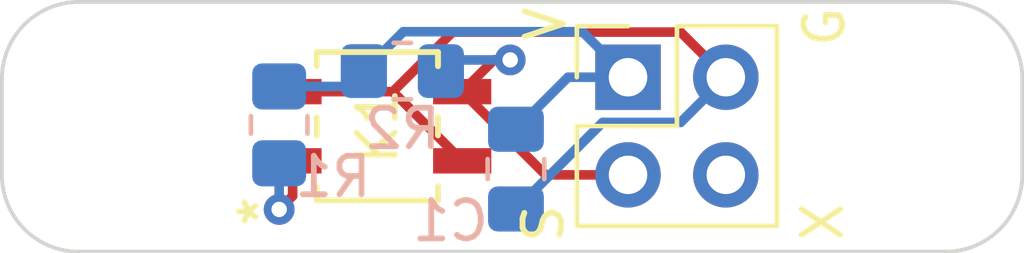
<source format=kicad_pcb>
(kicad_pcb (version 20221018) (generator pcbnew)
  (title_block (title "Reflective Opto (Cliff) Sensor") (company "satomm@stanford.edu") (comment 1 "Department of Civil and Environmental Engineering") (comment 2 "Engineering Informatics Group") (comment 3 "Stanford University") (comment 4 "Matthew Sato"))
  (layers (0 "F.Cu" signal) (31 "B.Cu" signal) (34 "B.Paste" user) (35 "F.Paste" user) (36 "B.SilkS" user "B.Silkscreen") (37 "F.SilkS" user "F.Silkscreen") (38 "B.Mask" user) (39 "F.Mask" user) (44 "Edge.Cuts" user))
  (net 0 "")
  (net 1 "Net-(J1-Pin_1)")
  (net 2 "Net-(J1-Pin_2)")
  (net 3 "Net-(J1-Pin_3)")
  (net 5 "Net-(K1-Pad1)")
  (footprint "MountingHole:MountingHole_2.2mm_M2" (layer "F.Cu") (at 361.875 199.075)
    (fp_text reference "H1" hide)
    (fp_text value "MountingHole" hide)
    (pad "" np_thru_hole circle locked (at 0 0) (size 2.2 2.2) (drill 2.2) (layers "*.Cu" "*.Mask"))
  )
  (footprint "ReflectiveLibrary:ARUSM-313_100CY_FAS-M" (layer "F.Cu") (at 348.225 199.085 90)
    (fp_text reference "K1" (at 0 0 90 unlocked) (layer "F.SilkS"))
    (fp_text value "QRE1113GR" hide)
    (fp_text user "*" (at -2.215 -3.05 90) (layer "F.SilkS"))
    (fp_line (start -1.9304 -1.5748) (end -1.9304 1.5748) (stroke (width 0.1524)) (layer "F.SilkS"))
    (fp_line (start -1.9304 1.5748) (end -1.562941 1.5748) (stroke (width 0.1524)) (layer "F.SilkS"))
    (fp_line (start -1.562941 -1.5748) (end -1.9304 -1.5748) (stroke (width 0.1524)) (layer "F.SilkS"))
    (fp_line (start -0.237061 1.5748) (end 0.237061 1.5748) (stroke (width 0.1524)) (layer "F.SilkS"))
    (fp_line (start 0.237061 -1.5748) (end -0.237061 -1.5748) (stroke (width 0.1524)) (layer "F.SilkS"))
    (fp_line (start 1.562941 1.5748) (end 1.9304 1.5748) (stroke (width 0.1524)) (layer "F.SilkS"))
    (fp_line (start 1.9304 -1.5748) (end 1.562941 -1.5748) (stroke (width 0.1524)) (layer "F.SilkS"))
    (fp_line (start 1.9304 1.5748) (end 1.9304 -1.5748) (stroke (width 0.1524)) (layer "F.SilkS"))
    (pad "1" smd rect locked (at -0.900001 -2.20345 90) (size 0.6604 1.5113) (layers "F.Cu" "F.Paste" "F.Mask") (net 5 "Net-(K1-Pad1)"))
    (pad "2" smd rect locked (at -0.900001 2.20345 90) (size 0.6604 1.5113) (layers "F.Cu" "F.Paste" "F.Mask") (net 2 "Net-(J1-Pin_2)"))
    (pad "3" smd rect locked (at 0.900001 2.20345 90) (size 0.6604 1.5113) (layers "F.Cu" "F.Paste" "F.Mask") (net 3 "Net-(J1-Pin_3)"))
    (pad "4" smd rect locked (at 0.900001 -2.20345 90) (size 0.6604 1.5113) (layers "F.Cu" "F.Paste" "F.Mask") (net 2 "Net-(J1-Pin_2)"))
  )
  (footprint "MountingHole:MountingHole_2.2mm_M2" (layer "F.Cu") (at 341.625 199.1)
    (fp_text reference "H2" hide)
    (fp_text value "MountingHole" hide)
    (pad "" np_thru_hole circle locked (at 0 0) (size 2.2 2.2) (drill 2.2) (layers "*.Cu" "*.Mask"))
  )
  (footprint "Connector_PinHeader_2.54mm:PinHeader_2x02_P2.54mm_Vertical" (layer "F.Cu") (at 354.735 197.81)
    (fp_text reference "J1" hide)
    (fp_text value "Refl_Mount" hide)
    (fp_line (start -1.33 -1.33) (end 0 -1.33) (stroke (width 0.12)) (layer "F.SilkS"))
    (fp_line (start -1.33 0) (end -1.33 -1.33) (stroke (width 0.12)) (layer "F.SilkS"))
    (fp_line (start -1.33 1.27) (end -1.33 3.87) (stroke (width 0.12)) (layer "F.SilkS"))
    (fp_line (start -1.33 1.27) (end 1.27 1.27) (stroke (width 0.12)) (layer "F.SilkS"))
    (fp_line (start -1.33 3.87) (end 3.87 3.87) (stroke (width 0.12)) (layer "F.SilkS"))
    (fp_line (start 1.27 -1.33) (end 3.87 -1.33) (stroke (width 0.12)) (layer "F.SilkS"))
    (fp_line (start 1.27 1.27) (end 1.27 -1.33) (stroke (width 0.12)) (layer "F.SilkS"))
    (fp_line (start 3.87 -1.33) (end 3.87 3.87) (stroke (width 0.12)) (layer "F.SilkS"))
    (pad "1" thru_hole rect locked (at 0 0) (size 1.7 1.7) (drill 1) (layers "*.Cu" "*.Mask") (net 1 "Net-(J1-Pin_1)"))
    (pad "2" thru_hole oval locked (at 2.54 0) (size 1.7 1.7) (drill 1) (layers "*.Cu" "*.Mask") (net 2 "Net-(J1-Pin_2)"))
    (pad "3" thru_hole oval locked (at 0 2.54) (size 1.7 1.7) (drill 1) (layers "*.Cu" "*.Mask") (net 3 "Net-(J1-Pin_3)"))
    (pad "4" thru_hole oval locked (at 2.54 2.54) (size 1.7 1.7) (drill 1) (layers "*.Cu" "*.Mask"))
  )
  (footprint "Resistor_SMD:R_0805_2012Metric_Pad1.20x1.40mm_HandSolder" (layer "B.Cu") (at 348.875 197.65 180)
    (fp_text reference "R2" (at 0 -1.5) (layer "B.SilkS") (effects (justify mirror)))
    (fp_text value "10k" hide)
    (fp_line (start -0.227064 -0.735) (end 0.227064 -0.735) (stroke (width 0.12)) (layer "B.SilkS"))
    (fp_line (start -0.227064 0.735) (end 0.227064 0.735) (stroke (width 0.12)) (layer "B.SilkS"))
    (pad "1" smd roundrect locked (at -1 0 180) (size 1.2 1.4) (layers "B.Cu" "B.Paste" "B.Mask") (roundrect_rratio 0.2083333333) (net 3 "Net-(J1-Pin_3)"))
    (pad "2" smd roundrect locked (at 1 0 180) (size 1.2 1.4) (layers "B.Cu" "B.Paste" "B.Mask") (roundrect_rratio 0.2083333333) (net 1 "Net-(J1-Pin_1)"))
  )
  (footprint "Capacitor_SMD:C_0805_2012Metric_Pad1.18x1.45mm_HandSolder" (layer "B.Cu") (at 351.825 200.2 -90)
    (fp_text reference "C1" (at 1.35 1.7 -180) (layer "B.SilkS") (effects (justify mirror)))
    (fp_text value "0.1 uF" hide)
    (fp_line (start -0.261252 -0.735) (end 0.261252 -0.735) (stroke (width 0.12)) (layer "B.SilkS"))
    (fp_line (start -0.261252 0.735) (end 0.261252 0.735) (stroke (width 0.12)) (layer "B.SilkS"))
    (pad "1" smd roundrect locked (at -1.0375 0 270) (size 1.175 1.45) (layers "B.Cu" "B.Paste" "B.Mask") (roundrect_rratio 0.2127659574) (net 1 "Net-(J1-Pin_1)"))
    (pad "2" smd roundrect locked (at 1.0375 0 270) (size 1.175 1.45) (layers "B.Cu" "B.Paste" "B.Mask") (roundrect_rratio 0.2127659574) (net 2 "Net-(J1-Pin_2)"))
  )
  (footprint "Resistor_SMD:R_0805_2012Metric_Pad1.20x1.40mm_HandSolder" (layer "B.Cu") (at 345.675 199.05 90)
    (fp_text reference "R1" (at -1.35 1.4 180) (layer "B.SilkS") (effects (justify mirror)))
    (fp_text value "100R" hide)
    (fp_line (start -0.227064 -0.735) (end 0.227064 -0.735) (stroke (width 0.12)) (layer "B.SilkS"))
    (fp_line (start -0.227064 0.735) (end 0.227064 0.735) (stroke (width 0.12)) (layer "B.SilkS"))
    (pad "1" smd roundrect locked (at -1 0 90) (size 1.2 1.4) (layers "B.Cu" "B.Paste" "B.Mask") (roundrect_rratio 0.2083333333) (net 5 "Net-(K1-Pad1)"))
    (pad "2" smd roundrect locked (at 1 0 90) (size 1.2 1.4) (layers "B.Cu" "B.Paste" "B.Mask") (roundrect_rratio 0.2083333333) (net 1 "Net-(J1-Pin_1)"))
  )
  (gr_arc (start 340.475 202.35) (mid 339.060786 201.764214) (end 338.475 200.35) (stroke (width 0.1)) (layer "Edge.Cuts"))
  (gr_arc (start 338.475 197.85) (mid 339.060786 196.435786) (end 340.475 195.85) (stroke (width 0.1)) (layer "Edge.Cuts"))
  (gr_line (start 338.475 200.35) (end 338.475 197.85) (stroke (width 0.1)) (layer "Edge.Cuts"))
  (gr_line (start 364.975 197.85) (end 364.975 200.35) (stroke (width 0.1)) (layer "Edge.Cuts"))
  (gr_line (start 362.975 202.35) (end 340.475 202.35) (stroke (width 0.1)) (layer "Edge.Cuts"))
  (gr_arc (start 362.975 195.85) (mid 364.389214 196.435786) (end 364.975 197.85) (stroke (width 0.1)) (layer "Edge.Cuts"))
  (gr_line (start 340.475 195.85) (end 362.975 195.85) (stroke (width 0.1)) (layer "Edge.Cuts"))
  (gr_arc (start 364.975 200.35) (mid 364.389214 201.764214) (end 362.975 202.35) (stroke (width 0.1)) (layer "Edge.Cuts"))
  (gr_text locked "G" (at 360.425 197.1 90) (layer "F.SilkS") (effects (font (size 1 1)) (justify left bottom)))
  (gr_text locked "S" (at 353.125 202.2 90) (layer "F.SilkS") (effects (font (size 1 1)) (justify left bottom)))
  (gr_text locked "V" (at 353.175 196.95 90) (layer "F.SilkS") (effects (font (size 1 1)) (justify left bottom)))
  (gr_text locked "X" (at 360.375 202.15 90) (layer "F.SilkS") (effects (font (size 1 1)) (justify left bottom)))
  (segment locked (start 351.825 199.1625) (end 353.1775 197.81) (width 0.25) (layer "B.Cu") (net 1))
  (segment locked (start 353.55 196.625) (end 348.9 196.625) (width 0.25) (layer "B.Cu") (net 1))
  (segment locked (start 347.475 198.05) (end 345.675 198.05) (width 0.25) (layer "B.Cu") (net 1))
  (segment locked (start 353.1775 197.81) (end 354.735 197.81) (width 0.25) (layer "B.Cu") (net 1))
  (segment locked (start 354.735 197.81) (end 353.55 196.625) (width 0.25) (layer "B.Cu") (net 1))
  (segment locked (start 348.9 196.625) (end 347.475 198.05) (width 0.25) (layer "B.Cu") (net 1))
  (segment locked (start 348.628448 198.184999) (end 350.42845 199.985001) (width 0.25) (layer "F.Cu") (net 2))
  (segment locked (start 350.178447 196.635) (end 356.1 196.635) (width 0.25) (layer "F.Cu") (net 2))
  (segment locked (start 348.628448 198.184999) (end 350.178447 196.635) (width 0.25) (layer "F.Cu") (net 2))
  (segment locked (start 346.02155 198.184999) (end 348.628448 198.184999) (width 0.25) (layer "F.Cu") (net 2))
  (segment locked (start 356.1 196.635) (end 357.275 197.81) (width 0.25) (layer "F.Cu") (net 2))
  (segment locked (start 351.825 201.2375) (end 354.0775 198.985) (width 0.25) (layer "B.Cu") (net 2))
  (segment locked (start 354.0775 198.985) (end 356.1 198.985) (width 0.25) (layer "B.Cu") (net 2))
  (segment locked (start 356.1 198.985) (end 357.275 197.81) (width 0.25) (layer "B.Cu") (net 2))
  (segment locked (start 351.675 197.3595) (end 351.253949 197.3595) (width 0.25) (layer "F.Cu") (net 3))
  (segment locked (start 351.253949 197.3595) (end 350.42845 198.184999) (width 0.25) (layer "F.Cu") (net 3))
  (segment locked (start 352.593451 200.35) (end 350.42845 198.184999) (width 0.25) (layer "F.Cu") (net 3))
  (segment locked (start 354.735 200.35) (end 352.593451 200.35) (width 0.25) (layer "F.Cu") (net 3))
  (via locked (at 351.675 197.3595) (size 0.8) (drill 0.4) (layers "F.Cu" "B.Cu") (net 3))
  (segment locked (start 351.675 197.3595) (end 350.1655 197.3595) (width 0.25) (layer "B.Cu") (net 3))
  (segment locked (start 346.025 200.9) (end 346.025 199.988451) (width 0.25) (layer "F.Cu") (net 5))
  (segment locked (start 345.675 201.25) (end 346.025 200.9) (width 0.25) (layer "F.Cu") (net 5))
  (via locked (at 345.675 201.25) (size 0.8) (drill 0.4) (layers "F.Cu" "B.Cu") (net 5))
  (segment locked (start 345.675 201.25) (end 345.675 200.05) (width 0.25) (layer "B.Cu") (net 5))
)
</source>
